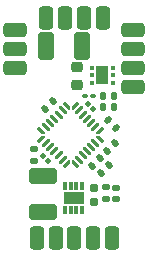
<source format=gbr>
%TF.GenerationSoftware,KiCad,Pcbnew,7.0.8*%
%TF.CreationDate,2024-02-17T11:30:40+00:00*%
%TF.ProjectId,uCoilDriver_I2C,75436f69-6c44-4726-9976-65725f493243,rev?*%
%TF.SameCoordinates,Original*%
%TF.FileFunction,Soldermask,Top*%
%TF.FilePolarity,Negative*%
%FSLAX46Y46*%
G04 Gerber Fmt 4.6, Leading zero omitted, Abs format (unit mm)*
G04 Created by KiCad (PCBNEW 7.0.8) date 2024-02-17 11:30:40*
%MOMM*%
%LPD*%
G01*
G04 APERTURE LIST*
G04 Aperture macros list*
%AMRoundRect*
0 Rectangle with rounded corners*
0 $1 Rounding radius*
0 $2 $3 $4 $5 $6 $7 $8 $9 X,Y pos of 4 corners*
0 Add a 4 corners polygon primitive as box body*
4,1,4,$2,$3,$4,$5,$6,$7,$8,$9,$2,$3,0*
0 Add four circle primitives for the rounded corners*
1,1,$1+$1,$2,$3*
1,1,$1+$1,$4,$5*
1,1,$1+$1,$6,$7*
1,1,$1+$1,$8,$9*
0 Add four rect primitives between the rounded corners*
20,1,$1+$1,$2,$3,$4,$5,0*
20,1,$1+$1,$4,$5,$6,$7,0*
20,1,$1+$1,$6,$7,$8,$9,0*
20,1,$1+$1,$8,$9,$2,$3,0*%
%AMFreePoly0*
4,1,14,0.230680,0.111820,0.364320,-0.021821,0.377500,-0.053642,0.377500,-0.080000,0.364320,-0.111820,0.332500,-0.125000,-0.332500,-0.125000,-0.364320,-0.111820,-0.377500,-0.080000,-0.377500,0.080000,-0.364320,0.111820,-0.332500,0.125000,0.198860,0.125000,0.230680,0.111820,0.230680,0.111820,$1*%
%AMFreePoly1*
4,1,14,0.364320,0.111820,0.377500,0.080000,0.377501,0.053640,0.364318,0.021819,0.230680,-0.111820,0.198860,-0.125000,-0.332500,-0.125000,-0.364320,-0.111820,-0.377500,-0.080000,-0.377500,0.080000,-0.364320,0.111820,-0.332500,0.125000,0.332500,0.125000,0.364320,0.111820,0.364320,0.111820,$1*%
%AMFreePoly2*
4,1,15,0.053642,0.377500,0.080000,0.377500,0.111820,0.364320,0.125000,0.332500,0.125000,-0.332500,0.111820,-0.364320,0.080000,-0.377500,-0.080000,-0.377500,-0.111820,-0.364320,-0.125000,-0.332500,-0.125000,0.198860,-0.111820,0.230680,0.021820,0.364320,0.053640,0.377501,0.053642,0.377500,0.053642,0.377500,$1*%
%AMFreePoly3*
4,1,14,-0.021820,0.364320,0.111820,0.230679,0.125001,0.198860,0.125000,-0.332500,0.111820,-0.364320,0.080000,-0.377500,-0.080000,-0.377500,-0.111820,-0.364320,-0.125000,-0.332500,-0.125000,0.332500,-0.111820,0.364320,-0.080000,0.377500,-0.053640,0.377500,-0.021820,0.364320,-0.021820,0.364320,$1*%
%AMFreePoly4*
4,1,14,0.364320,0.111820,0.377500,0.080000,0.377500,-0.080000,0.364320,-0.111820,0.332500,-0.125000,-0.198860,-0.125001,-0.230680,-0.111818,-0.364320,0.021820,-0.377500,0.053640,-0.377500,0.080000,-0.364320,0.111820,-0.332500,0.125000,0.332500,0.125000,0.364320,0.111820,0.364320,0.111820,$1*%
%AMFreePoly5*
4,1,15,-0.198858,0.125000,0.332500,0.125000,0.364320,0.111820,0.377500,0.080000,0.377500,-0.080000,0.364320,-0.111820,0.332500,-0.125000,-0.332500,-0.125000,-0.364320,-0.111820,-0.377500,-0.080000,-0.377500,-0.053640,-0.364320,-0.021820,-0.230680,0.111820,-0.198860,0.125001,-0.198858,0.125000,-0.198858,0.125000,$1*%
%AMFreePoly6*
4,1,14,0.111820,0.364320,0.125000,0.332500,0.125001,-0.198860,0.111818,-0.230680,-0.021820,-0.364320,-0.053640,-0.377500,-0.080000,-0.377500,-0.111820,-0.364320,-0.125000,-0.332500,-0.125000,0.332500,-0.111820,0.364320,-0.080000,0.377500,0.080000,0.377500,0.111820,0.364320,0.111820,0.364320,$1*%
%AMFreePoly7*
4,1,14,0.111820,0.364320,0.125000,0.332500,0.125000,-0.332500,0.111820,-0.364320,0.080000,-0.377500,0.053640,-0.377501,0.021819,-0.364318,-0.111820,-0.230680,-0.125000,-0.198860,-0.125000,0.332500,-0.111820,0.364320,-0.080000,0.377500,0.080000,0.377500,0.111820,0.364320,0.111820,0.364320,$1*%
G04 Aperture macros list end*
%ADD10RoundRect,0.300000X-0.300000X-0.700000X0.300000X-0.700000X0.300000X0.700000X-0.300000X0.700000X0*%
%ADD11RoundRect,0.300000X-0.700000X0.300000X-0.700000X-0.300000X0.700000X-0.300000X0.700000X0.300000X0*%
%ADD12RoundRect,0.140000X0.021213X-0.219203X0.219203X-0.021213X-0.021213X0.219203X-0.219203X0.021213X0*%
%ADD13FreePoly0,135.000000*%
%ADD14RoundRect,0.062500X0.309359X-0.220971X-0.220971X0.309359X-0.309359X0.220971X0.220971X-0.309359X0*%
%ADD15FreePoly1,135.000000*%
%ADD16FreePoly2,135.000000*%
%ADD17RoundRect,0.062500X0.309359X0.220971X0.220971X0.309359X-0.309359X-0.220971X-0.220971X-0.309359X0*%
%ADD18FreePoly3,135.000000*%
%ADD19FreePoly4,135.000000*%
%ADD20FreePoly5,135.000000*%
%ADD21FreePoly6,135.000000*%
%ADD22FreePoly7,135.000000*%
%ADD23RoundRect,0.160000X0.160000X-0.197500X0.160000X0.197500X-0.160000X0.197500X-0.160000X-0.197500X0*%
%ADD24RoundRect,0.100000X-0.162635X0.021213X0.021213X-0.162635X0.162635X-0.021213X-0.021213X0.162635X0*%
%ADD25R,0.300000X0.700000*%
%ADD26R,1.700000X1.000000*%
%ADD27RoundRect,0.147500X-0.172500X0.147500X-0.172500X-0.147500X0.172500X-0.147500X0.172500X0.147500X0*%
%ADD28RoundRect,0.300000X0.700000X-0.300000X0.700000X0.300000X-0.700000X0.300000X-0.700000X-0.300000X0*%
%ADD29RoundRect,0.093750X0.093750X0.106250X-0.093750X0.106250X-0.093750X-0.106250X0.093750X-0.106250X0*%
%ADD30R,1.000000X1.600000*%
%ADD31RoundRect,0.135000X0.185000X-0.135000X0.185000X0.135000X-0.185000X0.135000X-0.185000X-0.135000X0*%
%ADD32RoundRect,0.100000X0.130000X0.100000X-0.130000X0.100000X-0.130000X-0.100000X0.130000X-0.100000X0*%
%ADD33RoundRect,0.225000X0.250000X-0.225000X0.250000X0.225000X-0.250000X0.225000X-0.250000X-0.225000X0*%
%ADD34RoundRect,0.140000X0.140000X0.170000X-0.140000X0.170000X-0.140000X-0.170000X0.140000X-0.170000X0*%
%ADD35RoundRect,0.140000X-0.021213X0.219203X-0.219203X0.021213X0.021213X-0.219203X0.219203X-0.021213X0*%
%ADD36RoundRect,0.140000X-0.219203X-0.021213X-0.021213X-0.219203X0.219203X0.021213X0.021213X0.219203X0*%
%ADD37RoundRect,0.250000X0.925000X-0.412500X0.925000X0.412500X-0.925000X0.412500X-0.925000X-0.412500X0*%
%ADD38RoundRect,0.250000X-0.412500X-0.925000X0.412500X-0.925000X0.412500X0.925000X-0.412500X0.925000X0*%
%ADD39RoundRect,0.300000X0.300000X0.700000X-0.300000X0.700000X-0.300000X-0.700000X0.300000X-0.700000X0*%
G04 APERTURE END LIST*
D10*
%TO.C,TP2*%
X75699800Y-81550000D03*
%TD*%
D11*
%TO.C,TP6*%
X81500000Y-87400400D03*
%TD*%
D12*
%TO.C,C8*%
X79260589Y-92789411D03*
X79939411Y-92110589D03*
%TD*%
D11*
%TO.C,*%
X71500000Y-85800200D03*
%TD*%
D13*
%TO.C,U2*%
X76535320Y-93946679D03*
D14*
X76846447Y-93550699D03*
X77200000Y-93197146D03*
X77553553Y-92843592D03*
X77907107Y-92490039D03*
X78260660Y-92136486D03*
D15*
X78656640Y-91825359D03*
D16*
X78656640Y-91121787D03*
D17*
X78260660Y-90810660D03*
X77907107Y-90457107D03*
X77553553Y-90103554D03*
X77200000Y-89750000D03*
X76846447Y-89396447D03*
D18*
X76535320Y-89000467D03*
D19*
X75831748Y-89000467D03*
D14*
X75520621Y-89396447D03*
X75167068Y-89750000D03*
X74813515Y-90103554D03*
X74459961Y-90457107D03*
X74106408Y-90810660D03*
D20*
X73710428Y-91121787D03*
D21*
X73710428Y-91825359D03*
D17*
X74106408Y-92136486D03*
X74459961Y-92490039D03*
X74813515Y-92843592D03*
X75167068Y-93197146D03*
X75520621Y-93550699D03*
D22*
X75831748Y-93946679D03*
%TD*%
D23*
%TO.C,R4*%
X78200000Y-97165000D03*
X78200000Y-95970000D03*
%TD*%
D24*
%TO.C,R5*%
X77624726Y-88826126D03*
X78077274Y-89278674D03*
%TD*%
D25*
%TO.C,U1*%
X77175000Y-95758000D03*
X76675000Y-95758000D03*
X76175000Y-95758000D03*
X75675000Y-95758000D03*
X75675000Y-97858000D03*
X76175000Y-97858000D03*
X76675000Y-97858000D03*
X77175000Y-97858000D03*
D26*
X76425000Y-96808000D03*
%TD*%
D11*
%TO.C,TP7*%
X81500000Y-85800200D03*
%TD*%
D10*
%TO.C,TP13*%
X73299600Y-100200000D03*
%TD*%
D27*
%TO.C,D1*%
X73050000Y-92665000D03*
X73050000Y-93635000D03*
%TD*%
D28*
%TO.C,TP8*%
X81500000Y-84200000D03*
%TD*%
%TO.C,*%
X71500000Y-84200000D03*
%TD*%
D29*
%TO.C,U3*%
X79737500Y-87079800D03*
X79737500Y-86429800D03*
X79737500Y-85779800D03*
X77962500Y-85779800D03*
X77962500Y-86429800D03*
X77962500Y-87079800D03*
D30*
X78850000Y-86429800D03*
%TD*%
D31*
%TO.C,R2*%
X79990000Y-96857200D03*
X79990000Y-95942800D03*
%TD*%
D32*
%TO.C,D2*%
X78060000Y-88170000D03*
X77420000Y-88170000D03*
%TD*%
D33*
%TO.C,C2*%
X76750000Y-87225000D03*
X76750000Y-85675000D03*
%TD*%
D10*
%TO.C,TP15*%
X76500000Y-100200000D03*
%TD*%
D24*
%TO.C,R3*%
X73840126Y-93245726D03*
X74292674Y-93698274D03*
%TD*%
D10*
%TO.C,TP17*%
X78100200Y-100200000D03*
%TD*%
D34*
%TO.C,C3*%
X79855000Y-88163400D03*
X78895000Y-88163400D03*
%TD*%
D10*
%TO.C,TP14*%
X74899800Y-100200000D03*
%TD*%
D35*
%TO.C,C11*%
X78639411Y-93385589D03*
X77960589Y-94064411D03*
%TD*%
D12*
%TO.C,C6*%
X73990589Y-89239411D03*
X74669411Y-88560589D03*
%TD*%
D28*
%TO.C,TP11*%
X81500000Y-82600000D03*
%TD*%
D34*
%TO.C,C5*%
X79855000Y-89103200D03*
X78895000Y-89103200D03*
%TD*%
D31*
%TO.C,R1*%
X79150000Y-96912800D03*
X79150000Y-95892800D03*
%TD*%
D10*
%TO.C,TP12*%
X78900000Y-81550000D03*
%TD*%
D36*
%TO.C,C1*%
X79335589Y-90235589D03*
X80014411Y-90914411D03*
%TD*%
D37*
%TO.C,C4*%
X73880000Y-98012500D03*
X73880000Y-94937500D03*
%TD*%
D38*
%TO.C,C7*%
X74100000Y-83925000D03*
X77175000Y-83925000D03*
%TD*%
D39*
%TO.C,TP3*%
X77300000Y-81550000D03*
%TD*%
D28*
%TO.C,*%
X71500000Y-82600000D03*
%TD*%
D35*
%TO.C,C12*%
X79414411Y-93985589D03*
X78735589Y-94664411D03*
%TD*%
D10*
%TO.C,TP1*%
X74099600Y-81550000D03*
%TD*%
%TO.C,TP16*%
X79699600Y-100200000D03*
%TD*%
M02*

</source>
